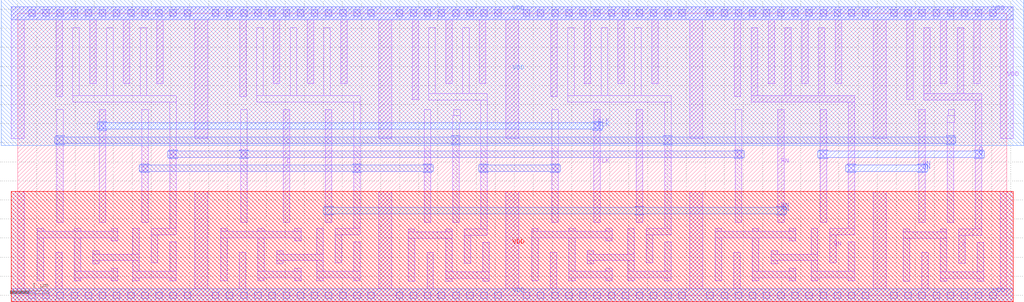
<source format=lef>
VERSION 5.7 ;
  NOWIREEXTENSIONATPIN ON ;
  DIVIDERCHAR "/" ;
  BUSBITCHARS "[]" ;
MACRO DFFRNX1
  CLASS CORE ;
  FOREIGN DFFRNX1 ;
  ORIGIN 0.000 0.000 ;
  SIZE 25.900 BY 7.400 ;
  SYMMETRY X Y R90 ;
  SITE unitrh ;
  PIN Q
    DIRECTION OUTPUT ;
    USE SIGNAL ;
    ANTENNAGATEAREA 1.027250 ;
    ANTENNADIFFAREA 1.351900 ;
    PORT
      LAYER li1 ;
        RECT 23.715 5.285 23.885 7.020 ;
        RECT 24.595 5.285 24.765 7.020 ;
        RECT 23.715 5.115 25.245 5.285 ;
        RECT 21.005 1.915 21.175 4.865 ;
        RECT 25.075 1.740 25.245 5.115 ;
        RECT 24.635 1.570 25.245 1.740 ;
        RECT 24.635 0.835 24.805 1.570 ;
      LAYER mcon ;
        RECT 21.005 3.615 21.175 3.785 ;
        RECT 25.075 3.615 25.245 3.785 ;
      LAYER met1 ;
        RECT 20.975 3.785 21.205 3.815 ;
        RECT 25.045 3.785 25.275 3.815 ;
        RECT 20.945 3.615 25.305 3.785 ;
        RECT 20.975 3.585 21.205 3.615 ;
        RECT 25.045 3.585 25.275 3.615 ;
    END
  END Q
  PIN QN
    DIRECTION OUTPUT ;
    USE SIGNAL ;
    ANTENNAGATEAREA 1.033250 ;
    ANTENNADIFFAREA 1.931900 ;
    PORT
      LAYER li1 ;
        RECT 19.205 5.240 19.375 7.020 ;
        RECT 20.085 5.240 20.255 7.020 ;
        RECT 20.965 5.240 21.135 7.020 ;
        RECT 19.205 5.070 21.915 5.240 ;
        RECT 21.745 1.750 21.915 5.070 ;
        RECT 23.595 1.915 23.765 4.865 ;
        RECT 21.260 1.580 21.915 1.750 ;
        RECT 21.260 0.845 21.430 1.580 ;
      LAYER mcon ;
        RECT 21.745 3.245 21.915 3.415 ;
        RECT 23.595 3.245 23.765 3.415 ;
      LAYER met1 ;
        RECT 21.715 3.415 21.945 3.445 ;
        RECT 23.565 3.415 23.795 3.445 ;
        RECT 21.685 3.245 23.825 3.415 ;
        RECT 21.715 3.215 21.945 3.245 ;
        RECT 23.565 3.215 23.795 3.245 ;
    END
  END QN
  PIN D
    DIRECTION INPUT ;
    USE SIGNAL ;
    ANTENNAGATEAREA 1.014850 ;
    PORT
      LAYER li1 ;
        RECT 6.945 1.915 7.115 4.865 ;
    END
  END D
  PIN CLK
    DIRECTION INPUT ;
    USE SIGNAL ;
    ANTENNAGATEAREA 2.029700 ;
    PORT
      LAYER li1 ;
        RECT 2.135 1.915 2.305 4.865 ;
        RECT 15.085 1.915 15.255 4.865 ;
      LAYER mcon ;
        RECT 2.135 4.355 2.305 4.525 ;
        RECT 15.085 4.355 15.255 4.525 ;
      LAYER met1 ;
        RECT 2.105 4.525 2.335 4.555 ;
        RECT 15.055 4.525 15.285 4.555 ;
        RECT 2.075 4.355 15.315 4.525 ;
        RECT 2.105 4.325 2.335 4.355 ;
        RECT 15.055 4.325 15.285 4.355 ;
    END
  END CLK
  PIN RN
    DIRECTION INPUT ;
    USE SIGNAL ;
    ANTENNAGATEAREA 3.069350 ;
    PORT
      LAYER li1 ;
        RECT 8.055 1.915 8.225 4.865 ;
        RECT 16.195 1.915 16.365 4.865 ;
        RECT 19.895 1.915 20.065 4.865 ;
      LAYER mcon ;
        RECT 8.055 2.135 8.225 2.305 ;
        RECT 16.195 2.135 16.365 2.305 ;
        RECT 19.895 2.135 20.065 2.305 ;
      LAYER met1 ;
        RECT 8.025 2.305 8.255 2.335 ;
        RECT 16.165 2.305 16.395 2.335 ;
        RECT 19.865 2.305 20.095 2.335 ;
        RECT 7.995 2.135 20.125 2.305 ;
        RECT 8.025 2.105 8.255 2.135 ;
        RECT 16.165 2.105 16.395 2.135 ;
        RECT 19.865 2.105 20.095 2.135 ;
    END
  END RN
  PIN VDD
    DIRECTION INOUT ;
    USE POWER ;
    SHAPE ABUTMENT ;
    PORT
      LAYER nwell ;
        RECT -0.435 3.930 26.335 7.750 ;
      LAYER li1 ;
        RECT -0.170 7.230 26.070 7.570 ;
        RECT -0.170 4.110 0.170 7.230 ;
        RECT 1.005 5.215 1.175 7.230 ;
        RECT 1.885 5.555 2.055 7.230 ;
        RECT 2.765 5.555 2.935 7.230 ;
        RECT 3.645 5.555 3.815 7.230 ;
        RECT 4.640 4.110 4.980 7.230 ;
        RECT 5.815 5.215 5.985 7.230 ;
        RECT 6.695 5.555 6.865 7.230 ;
        RECT 7.575 5.555 7.745 7.230 ;
        RECT 8.455 5.555 8.625 7.230 ;
        RECT 9.450 4.110 9.790 7.230 ;
        RECT 10.325 5.135 10.495 7.230 ;
        RECT 11.205 5.555 11.375 7.230 ;
        RECT 12.085 5.555 12.255 7.230 ;
        RECT 12.780 4.110 13.120 7.230 ;
        RECT 13.955 5.215 14.125 7.230 ;
        RECT 14.835 5.555 15.005 7.230 ;
        RECT 15.715 5.555 15.885 7.230 ;
        RECT 16.595 5.555 16.765 7.230 ;
        RECT 17.590 4.110 17.930 7.230 ;
        RECT 18.765 5.215 18.935 7.230 ;
        RECT 19.645 5.555 19.815 7.230 ;
        RECT 20.525 5.555 20.695 7.230 ;
        RECT 21.405 5.555 21.575 7.230 ;
        RECT 22.400 4.110 22.740 7.230 ;
        RECT 23.275 5.135 23.445 7.230 ;
        RECT 24.155 5.555 24.325 7.230 ;
        RECT 25.035 5.555 25.205 7.230 ;
        RECT 25.730 4.110 26.070 7.230 ;
      LAYER mcon ;
        RECT 0.285 7.315 0.455 7.485 ;
        RECT 0.655 7.315 0.825 7.485 ;
        RECT 1.025 7.315 1.195 7.485 ;
        RECT 1.395 7.315 1.565 7.485 ;
        RECT 1.765 7.315 1.935 7.485 ;
        RECT 2.135 7.315 2.305 7.485 ;
        RECT 2.505 7.315 2.675 7.485 ;
        RECT 2.875 7.315 3.045 7.485 ;
        RECT 3.245 7.315 3.415 7.485 ;
        RECT 3.615 7.315 3.785 7.485 ;
        RECT 3.985 7.315 4.155 7.485 ;
        RECT 4.355 7.315 4.525 7.485 ;
        RECT 5.095 7.315 5.265 7.485 ;
        RECT 5.465 7.315 5.635 7.485 ;
        RECT 5.835 7.315 6.005 7.485 ;
        RECT 6.205 7.315 6.375 7.485 ;
        RECT 6.575 7.315 6.745 7.485 ;
        RECT 6.945 7.315 7.115 7.485 ;
        RECT 7.315 7.315 7.485 7.485 ;
        RECT 7.685 7.315 7.855 7.485 ;
        RECT 8.055 7.315 8.225 7.485 ;
        RECT 8.425 7.315 8.595 7.485 ;
        RECT 8.795 7.315 8.965 7.485 ;
        RECT 9.165 7.315 9.335 7.485 ;
        RECT 9.905 7.315 10.075 7.485 ;
        RECT 10.275 7.315 10.445 7.485 ;
        RECT 10.645 7.315 10.815 7.485 ;
        RECT 11.015 7.315 11.185 7.485 ;
        RECT 11.385 7.315 11.555 7.485 ;
        RECT 11.755 7.315 11.925 7.485 ;
        RECT 12.125 7.315 12.295 7.485 ;
        RECT 12.495 7.315 12.665 7.485 ;
        RECT 13.235 7.315 13.405 7.485 ;
        RECT 13.605 7.315 13.775 7.485 ;
        RECT 13.975 7.315 14.145 7.485 ;
        RECT 14.345 7.315 14.515 7.485 ;
        RECT 14.715 7.315 14.885 7.485 ;
        RECT 15.085 7.315 15.255 7.485 ;
        RECT 15.455 7.315 15.625 7.485 ;
        RECT 15.825 7.315 15.995 7.485 ;
        RECT 16.195 7.315 16.365 7.485 ;
        RECT 16.565 7.315 16.735 7.485 ;
        RECT 16.935 7.315 17.105 7.485 ;
        RECT 17.305 7.315 17.475 7.485 ;
        RECT 18.045 7.315 18.215 7.485 ;
        RECT 18.415 7.315 18.585 7.485 ;
        RECT 18.785 7.315 18.955 7.485 ;
        RECT 19.155 7.315 19.325 7.485 ;
        RECT 19.525 7.315 19.695 7.485 ;
        RECT 19.895 7.315 20.065 7.485 ;
        RECT 20.265 7.315 20.435 7.485 ;
        RECT 20.635 7.315 20.805 7.485 ;
        RECT 21.005 7.315 21.175 7.485 ;
        RECT 21.375 7.315 21.545 7.485 ;
        RECT 21.745 7.315 21.915 7.485 ;
        RECT 22.115 7.315 22.285 7.485 ;
        RECT 22.855 7.315 23.025 7.485 ;
        RECT 23.225 7.315 23.395 7.485 ;
        RECT 23.595 7.315 23.765 7.485 ;
        RECT 23.965 7.315 24.135 7.485 ;
        RECT 24.335 7.315 24.505 7.485 ;
        RECT 24.705 7.315 24.875 7.485 ;
        RECT 25.075 7.315 25.245 7.485 ;
        RECT 25.445 7.315 25.615 7.485 ;
      LAYER met1 ;
        RECT -0.170 7.230 26.070 7.570 ;
    END
    PORT
      LAYER pwell ;
        RECT -0.170 -0.170 26.070 2.720 ;
      LAYER li1 ;
        RECT -0.170 0.170 0.170 2.720 ;
        RECT 0.990 0.170 1.160 1.130 ;
        RECT 4.640 0.170 4.980 2.720 ;
        RECT 5.800 0.170 5.970 1.130 ;
        RECT 9.450 0.170 9.790 2.720 ;
        RECT 10.715 0.170 10.885 1.120 ;
        RECT 12.780 0.170 13.120 2.720 ;
        RECT 13.940 0.170 14.110 1.130 ;
        RECT 17.590 0.170 17.930 2.720 ;
        RECT 18.750 0.170 18.920 1.130 ;
        RECT 22.400 0.170 22.740 2.720 ;
        RECT 23.665 0.170 23.835 1.120 ;
        RECT 25.730 0.170 26.070 2.720 ;
        RECT -0.170 -0.170 26.070 0.170 ;
      LAYER mcon ;
        RECT 0.285 -0.085 0.455 0.085 ;
        RECT 0.655 -0.085 0.825 0.085 ;
        RECT 1.025 -0.085 1.195 0.085 ;
        RECT 1.395 -0.085 1.565 0.085 ;
        RECT 1.765 -0.085 1.935 0.085 ;
        RECT 2.135 -0.085 2.305 0.085 ;
        RECT 2.505 -0.085 2.675 0.085 ;
        RECT 2.875 -0.085 3.045 0.085 ;
        RECT 3.245 -0.085 3.415 0.085 ;
        RECT 3.615 -0.085 3.785 0.085 ;
        RECT 3.985 -0.085 4.155 0.085 ;
        RECT 4.355 -0.085 4.525 0.085 ;
        RECT 5.095 -0.085 5.265 0.085 ;
        RECT 5.465 -0.085 5.635 0.085 ;
        RECT 5.835 -0.085 6.005 0.085 ;
        RECT 6.205 -0.085 6.375 0.085 ;
        RECT 6.575 -0.085 6.745 0.085 ;
        RECT 6.945 -0.085 7.115 0.085 ;
        RECT 7.315 -0.085 7.485 0.085 ;
        RECT 7.685 -0.085 7.855 0.085 ;
        RECT 8.055 -0.085 8.225 0.085 ;
        RECT 8.425 -0.085 8.595 0.085 ;
        RECT 8.795 -0.085 8.965 0.085 ;
        RECT 9.165 -0.085 9.335 0.085 ;
        RECT 9.905 -0.085 10.075 0.085 ;
        RECT 10.275 -0.085 10.445 0.085 ;
        RECT 10.645 -0.085 10.815 0.085 ;
        RECT 11.015 -0.085 11.185 0.085 ;
        RECT 11.385 -0.085 11.555 0.085 ;
        RECT 11.755 -0.085 11.925 0.085 ;
        RECT 12.125 -0.085 12.295 0.085 ;
        RECT 12.495 -0.085 12.665 0.085 ;
        RECT 13.235 -0.085 13.405 0.085 ;
        RECT 13.605 -0.085 13.775 0.085 ;
        RECT 13.975 -0.085 14.145 0.085 ;
        RECT 14.345 -0.085 14.515 0.085 ;
        RECT 14.715 -0.085 14.885 0.085 ;
        RECT 15.085 -0.085 15.255 0.085 ;
        RECT 15.455 -0.085 15.625 0.085 ;
        RECT 15.825 -0.085 15.995 0.085 ;
        RECT 16.195 -0.085 16.365 0.085 ;
        RECT 16.565 -0.085 16.735 0.085 ;
        RECT 16.935 -0.085 17.105 0.085 ;
        RECT 17.305 -0.085 17.475 0.085 ;
        RECT 18.045 -0.085 18.215 0.085 ;
        RECT 18.415 -0.085 18.585 0.085 ;
        RECT 18.785 -0.085 18.955 0.085 ;
        RECT 19.155 -0.085 19.325 0.085 ;
        RECT 19.525 -0.085 19.695 0.085 ;
        RECT 19.895 -0.085 20.065 0.085 ;
        RECT 20.265 -0.085 20.435 0.085 ;
        RECT 20.635 -0.085 20.805 0.085 ;
        RECT 21.005 -0.085 21.175 0.085 ;
        RECT 21.375 -0.085 21.545 0.085 ;
        RECT 21.745 -0.085 21.915 0.085 ;
        RECT 22.115 -0.085 22.285 0.085 ;
        RECT 22.855 -0.085 23.025 0.085 ;
        RECT 23.225 -0.085 23.395 0.085 ;
        RECT 23.595 -0.085 23.765 0.085 ;
        RECT 23.965 -0.085 24.135 0.085 ;
        RECT 24.335 -0.085 24.505 0.085 ;
        RECT 24.705 -0.085 24.875 0.085 ;
        RECT 25.075 -0.085 25.245 0.085 ;
        RECT 25.445 -0.085 25.615 0.085 ;
      LAYER met1 ;
        RECT -0.170 -0.170 26.070 0.170 ;
    END
  END VDD
  OBS
      LAYER li1 ;
        RECT 1.445 5.240 1.615 7.020 ;
        RECT 2.325 5.240 2.495 7.020 ;
        RECT 3.205 5.240 3.375 7.020 ;
        RECT 6.255 5.240 6.425 7.020 ;
        RECT 7.135 5.240 7.305 7.020 ;
        RECT 8.015 5.240 8.185 7.020 ;
        RECT 10.765 5.285 10.935 7.020 ;
        RECT 11.645 5.285 11.815 7.020 ;
        RECT 1.445 5.070 4.155 5.240 ;
        RECT 6.255 5.070 8.965 5.240 ;
        RECT 10.765 5.115 12.295 5.285 ;
        RECT 1.025 1.915 1.195 4.865 ;
        RECT 3.245 1.915 3.415 4.865 ;
        RECT 0.505 1.675 0.675 1.755 ;
        RECT 1.475 1.675 1.645 1.755 ;
        RECT 2.445 1.675 2.615 1.755 ;
        RECT 0.505 1.505 2.615 1.675 ;
        RECT 0.505 0.375 0.675 1.505 ;
        RECT 1.475 0.625 1.645 1.505 ;
        RECT 2.445 1.425 2.615 1.505 ;
        RECT 1.965 1.080 2.135 1.160 ;
        RECT 3.015 1.080 3.185 1.755 ;
        RECT 3.985 1.750 4.155 5.070 ;
        RECT 5.835 1.915 6.005 4.865 ;
        RECT 1.965 0.910 3.185 1.080 ;
        RECT 1.965 0.830 2.135 0.910 ;
        RECT 2.445 0.625 2.615 0.705 ;
        RECT 1.475 0.455 2.615 0.625 ;
        RECT 1.475 0.375 1.645 0.455 ;
        RECT 2.445 0.375 2.615 0.455 ;
        RECT 3.015 0.625 3.185 0.910 ;
        RECT 3.500 1.580 4.155 1.750 ;
        RECT 5.315 1.675 5.485 1.755 ;
        RECT 6.285 1.675 6.455 1.755 ;
        RECT 7.255 1.675 7.425 1.755 ;
        RECT 3.500 0.845 3.670 1.580 ;
        RECT 5.315 1.505 7.425 1.675 ;
        RECT 3.985 0.625 4.155 1.395 ;
        RECT 3.015 0.455 4.155 0.625 ;
        RECT 3.015 0.375 3.185 0.455 ;
        RECT 3.985 0.375 4.155 0.455 ;
        RECT 5.315 0.375 5.485 1.505 ;
        RECT 6.285 0.625 6.455 1.505 ;
        RECT 7.255 1.425 7.425 1.505 ;
        RECT 6.775 1.080 6.945 1.160 ;
        RECT 7.825 1.080 7.995 1.755 ;
        RECT 8.795 1.750 8.965 5.070 ;
        RECT 10.645 1.915 10.815 4.865 ;
        RECT 11.415 4.710 11.585 4.865 ;
        RECT 11.385 4.535 11.585 4.710 ;
        RECT 11.385 1.915 11.555 4.535 ;
        RECT 6.775 0.910 7.995 1.080 ;
        RECT 6.775 0.830 6.945 0.910 ;
        RECT 7.255 0.625 7.425 0.705 ;
        RECT 6.285 0.455 7.425 0.625 ;
        RECT 6.285 0.375 6.455 0.455 ;
        RECT 7.255 0.375 7.425 0.455 ;
        RECT 7.825 0.625 7.995 0.910 ;
        RECT 8.310 1.580 8.965 1.750 ;
        RECT 10.230 1.665 10.400 1.745 ;
        RECT 11.200 1.665 11.370 1.745 ;
        RECT 12.125 1.740 12.295 5.115 ;
        RECT 14.395 5.240 14.565 7.020 ;
        RECT 15.275 5.240 15.445 7.020 ;
        RECT 16.155 5.240 16.325 7.020 ;
        RECT 14.395 5.070 17.105 5.240 ;
        RECT 13.975 1.915 14.145 4.865 ;
        RECT 8.310 0.845 8.480 1.580 ;
        RECT 10.230 1.495 11.370 1.665 ;
        RECT 8.795 0.625 8.965 1.395 ;
        RECT 7.825 0.455 8.965 0.625 ;
        RECT 7.825 0.375 7.995 0.455 ;
        RECT 8.795 0.375 8.965 0.455 ;
        RECT 10.230 0.365 10.400 1.495 ;
        RECT 11.200 0.615 11.370 1.495 ;
        RECT 11.685 1.570 12.295 1.740 ;
        RECT 13.455 1.675 13.625 1.755 ;
        RECT 14.425 1.675 14.595 1.755 ;
        RECT 15.395 1.675 15.565 1.755 ;
        RECT 11.685 0.835 11.855 1.570 ;
        RECT 13.455 1.505 15.565 1.675 ;
        RECT 12.170 0.615 12.340 1.385 ;
        RECT 11.200 0.445 12.340 0.615 ;
        RECT 11.200 0.365 11.370 0.445 ;
        RECT 12.170 0.365 12.340 0.445 ;
        RECT 13.455 0.375 13.625 1.505 ;
        RECT 14.425 0.625 14.595 1.505 ;
        RECT 15.395 1.425 15.565 1.505 ;
        RECT 14.915 1.080 15.085 1.160 ;
        RECT 15.965 1.080 16.135 1.755 ;
        RECT 16.935 1.750 17.105 5.070 ;
        RECT 18.785 1.915 18.955 4.865 ;
        RECT 24.365 4.710 24.535 4.865 ;
        RECT 24.335 4.535 24.535 4.710 ;
        RECT 24.335 1.915 24.505 4.535 ;
        RECT 14.915 0.910 16.135 1.080 ;
        RECT 14.915 0.830 15.085 0.910 ;
        RECT 15.395 0.625 15.565 0.705 ;
        RECT 14.425 0.455 15.565 0.625 ;
        RECT 14.425 0.375 14.595 0.455 ;
        RECT 15.395 0.375 15.565 0.455 ;
        RECT 15.965 0.625 16.135 0.910 ;
        RECT 16.450 1.580 17.105 1.750 ;
        RECT 18.265 1.675 18.435 1.755 ;
        RECT 19.235 1.675 19.405 1.755 ;
        RECT 20.205 1.675 20.375 1.755 ;
        RECT 16.450 0.845 16.620 1.580 ;
        RECT 18.265 1.505 20.375 1.675 ;
        RECT 16.935 0.625 17.105 1.395 ;
        RECT 15.965 0.455 17.105 0.625 ;
        RECT 15.965 0.375 16.135 0.455 ;
        RECT 16.935 0.375 17.105 0.455 ;
        RECT 18.265 0.375 18.435 1.505 ;
        RECT 19.235 0.625 19.405 1.505 ;
        RECT 20.205 1.425 20.375 1.505 ;
        RECT 19.725 1.080 19.895 1.160 ;
        RECT 20.775 1.080 20.945 1.755 ;
        RECT 23.180 1.665 23.350 1.745 ;
        RECT 24.150 1.665 24.320 1.745 ;
        RECT 23.180 1.495 24.320 1.665 ;
        RECT 19.725 0.910 20.945 1.080 ;
        RECT 19.725 0.830 19.895 0.910 ;
        RECT 20.205 0.625 20.375 0.705 ;
        RECT 19.235 0.455 20.375 0.625 ;
        RECT 19.235 0.375 19.405 0.455 ;
        RECT 20.205 0.375 20.375 0.455 ;
        RECT 20.775 0.625 20.945 0.910 ;
        RECT 21.745 0.625 21.915 1.395 ;
        RECT 20.775 0.455 21.915 0.625 ;
        RECT 20.775 0.375 20.945 0.455 ;
        RECT 21.745 0.375 21.915 0.455 ;
        RECT 23.180 0.365 23.350 1.495 ;
        RECT 24.150 0.615 24.320 1.495 ;
        RECT 25.120 0.615 25.290 1.385 ;
        RECT 24.150 0.445 25.290 0.615 ;
        RECT 24.150 0.365 24.320 0.445 ;
        RECT 25.120 0.365 25.290 0.445 ;
      LAYER mcon ;
        RECT 1.025 3.985 1.195 4.155 ;
        RECT 3.245 3.245 3.415 3.415 ;
        RECT 3.985 3.615 4.155 3.785 ;
        RECT 5.835 3.615 6.005 3.785 ;
        RECT 8.795 3.245 8.965 3.415 ;
        RECT 10.645 3.245 10.815 3.415 ;
        RECT 11.385 3.985 11.555 4.155 ;
        RECT 12.125 3.245 12.295 3.415 ;
        RECT 13.975 3.245 14.145 3.415 ;
        RECT 16.935 3.985 17.105 4.155 ;
        RECT 18.785 3.615 18.955 3.785 ;
        RECT 24.335 3.985 24.505 4.155 ;
      LAYER met1 ;
        RECT 0.995 4.155 1.225 4.185 ;
        RECT 11.355 4.155 11.585 4.185 ;
        RECT 16.905 4.155 17.135 4.185 ;
        RECT 24.305 4.155 24.535 4.185 ;
        RECT 0.965 3.985 24.565 4.155 ;
        RECT 0.995 3.955 1.225 3.985 ;
        RECT 11.355 3.955 11.585 3.985 ;
        RECT 16.905 3.955 17.135 3.985 ;
        RECT 24.305 3.955 24.535 3.985 ;
        RECT 3.955 3.785 4.185 3.815 ;
        RECT 5.805 3.785 6.035 3.815 ;
        RECT 18.755 3.785 18.985 3.815 ;
        RECT 3.925 3.615 19.015 3.785 ;
        RECT 3.955 3.585 4.185 3.615 ;
        RECT 5.805 3.585 6.035 3.615 ;
        RECT 18.755 3.585 18.985 3.615 ;
        RECT 3.215 3.415 3.445 3.445 ;
        RECT 8.765 3.415 8.995 3.445 ;
        RECT 10.615 3.415 10.845 3.445 ;
        RECT 12.095 3.415 12.325 3.445 ;
        RECT 13.945 3.415 14.175 3.445 ;
        RECT 3.185 3.245 10.875 3.415 ;
        RECT 12.065 3.245 14.205 3.415 ;
        RECT 3.215 3.215 3.445 3.245 ;
        RECT 8.765 3.215 8.995 3.245 ;
        RECT 10.615 3.215 10.845 3.245 ;
        RECT 12.095 3.215 12.325 3.245 ;
        RECT 13.945 3.215 14.175 3.245 ;
  END
END DFFRNX1
END LIBRARY


</source>
